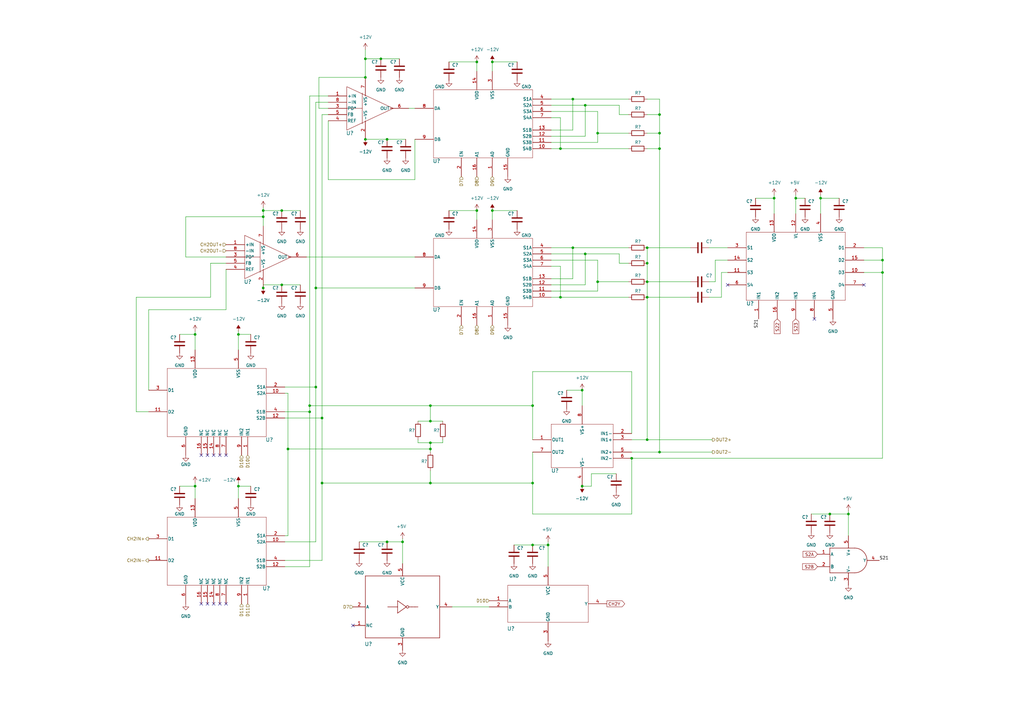
<source format=kicad_sch>
(kicad_sch (version 20211123) (generator eeschema)
  (paper "A3")
  (lib_symbols
    (symbol "Device:C" (pin_numbers hide) (pin_names (offset 0.254))
      (property "Reference" "C" (at 0.635 2.54 0))
      (property "Value" "C" (at 0.635 -2.54 0))
      (symbol "C_0_1"
        (polyline (pts (xy -2.032 -0.762) (xy 2.032 -0.762)) (stroke (width 0.508)))
        (polyline (pts (xy -2.032 0.762) (xy 2.032 0.762)) (stroke (width 0.508)))
      )
      (symbol "C_1_1"
        (pin passive line (at 0 3.81 270) (length 2.794) (name "~") (number "1"))
        (pin passive line (at 0 -3.81 90) (length 2.794) (name "~") (number "2"))
      )
    )
    (symbol "Device:R" (pin_numbers hide) (pin_names (offset 0))
      (property "Reference" "R" (at 2.032 0 90))
      (property "Value" "R" (at 0 0 90))
      (symbol "R_0_1"
        (rectangle (start -1.016 -2.54) (end 1.016 2.54) (stroke (width 0.254)))
      )
      (symbol "R_1_1"
        (pin passive line (at 0 3.81 270) (length 1.27) (name "~") (number "1"))
        (pin passive line (at 0 -3.81 90) (length 1.27) (name "~") (number "2"))
      )
    )
    (symbol "New_Library:AD8130ARMZ-REEL7" (pin_names (offset 0.254))
      (property "Reference" "U?" (at -6.35 -10.16 0))
      (property "Value" "AD8130ARMZ-REEL7" (at 12.7 -6.35 0))
      (symbol "AD8130ARMZ-REEL7_0_1"
        (pin unspecified line (at -15.24 5.08 0) (length 7.62) (name "+IN") (number "1"))
        (pin power_in line (at 0 -12.7 90) (length 7.62) (name "-VS") (number "2"))
        (pin unspecified line (at -15.24 0 0) (length 7.62) (name "PD*") (number "3"))
        (pin unspecified line (at -15.24 -5.08 0) (length 7.62) (name "REF") (number "4"))
        (pin unspecified line (at -15.24 -2.54 0) (length 7.62) (name "FB") (number "5"))
        (pin unspecified line (at 17.78 0 180) (length 7.62) (name "OUT") (number "6"))
        (pin power_in line (at 0 12.7 270) (length 7.62) (name "+VS") (number "7"))
        (pin unspecified line (at -15.24 2.54 0) (length 7.62) (name "-IN") (number "8"))
      )
      (symbol "AD8130ARMZ-REEL7_1_1"
        (polyline (pts (xy -7.62 8.89) (xy -7.62 -8.89) (xy 11.43 0) (xy -7.62 8.89) (xy -7.62 0) (xy -1.27 0) (xy -1.27 6.35) (xy -1.27 -6.35) (xy -1.27 -1.27)))
      )
    )
    (symbol "New_Library:AD823AARMZ" (pin_names (offset 0.254))
      (property "Reference" "U?" (at -19.7994 11.43 0))
      (property "Value" "AD823AARMZ" (at -19.7994 7.62 0))
      (symbol "AD823AARMZ_0_1"
        (polyline (pts (xy 7.62 -11.43) (xy 33.02 -11.43)) (stroke (width 0.127)))
        (polyline (pts (xy 7.62 6.35) (xy 7.62 -11.43)) (stroke (width 0.127)))
        (polyline (pts (xy 33.02 -11.43) (xy 33.02 6.35)) (stroke (width 0.127)))
        (polyline (pts (xy 33.02 6.35) (xy 7.62 6.35)) (stroke (width 0.127)))
        (pin output line (at 40.64 0 180) (length 7.62) (name "OUT1") (number "1"))
        (pin input line (at 0 2.54 0) (length 7.62) (name "IN1-") (number "2"))
        (pin input line (at 0 0 0) (length 7.62) (name "IN1+") (number "3"))
        (pin power_in line (at 20.32 -19.05 90) (length 7.62) (name "VS-") (number "4"))
        (pin input line (at 0 -5.08 0) (length 7.62) (name "IN2+") (number "5"))
        (pin input line (at 0 -7.62 0) (length 7.62) (name "IN2-") (number "6"))
        (pin output line (at 40.64 -5.08 180) (length 7.62) (name "OUT2") (number "7"))
        (pin power_in line (at 20.32 13.97 270) (length 7.62) (name "VS+") (number "8"))
      )
    )
    (symbol "New_Library:ADG1236YRUZ" (pin_names (offset 0.254))
      (property "Reference" "U" (at 27.94 10.16 0))
      (property "Value" "ADG1236YRUZ" (at 27.94 7.62 0))
      (symbol "ADG1236YRUZ_0_1"
        (polyline (pts (xy 7.62 -22.86) (xy 48.26 -22.86)) (stroke (width 0.127)))
        (polyline (pts (xy 7.62 5.08) (xy 7.62 -22.86)) (stroke (width 0.127)))
        (polyline (pts (xy 48.26 -22.86) (xy 48.26 5.08)) (stroke (width 0.127)))
        (polyline (pts (xy 48.26 5.08) (xy 7.62 5.08)) (stroke (width 0.127)))
        (pin unspecified line (at 15.24 -30.48 90) (length 7.62) (name "IN1") (number "1"))
        (pin unspecified line (at 0 -5.08 0) (length 7.62) (name "S2A") (number "10"))
        (pin unspecified line (at 55.88 -12.7 180) (length 7.62) (name "D2") (number "11"))
        (pin unspecified line (at 0 -15.24 0) (length 7.62) (name "S2B") (number "12"))
        (pin power_in line (at 36.83 12.7 270) (length 7.62) (name "VDD") (number "13"))
        (pin unspecified line (at 29.21 -30.48 90) (length 7.62) (name "NC") (number "14"))
        (pin unspecified line (at 31.75 -30.48 90) (length 7.62) (name "NC") (number "15"))
        (pin unspecified line (at 34.29 -30.48 90) (length 7.62) (name "NC") (number "16"))
        (pin unspecified line (at 0 -2.54 0) (length 7.62) (name "S1A") (number "2"))
        (pin unspecified line (at 55.88 -3.81 180) (length 7.62) (name "D1") (number "3"))
        (pin unspecified line (at 0 -12.7 0) (length 7.62) (name "S1B") (number "4"))
        (pin power_in line (at 19.05 12.7 270) (length 7.62) (name "VSS") (number "5"))
        (pin unspecified line (at 40.64 -30.48 90) (length 7.62) (name "GND") (number "6"))
        (pin unspecified line (at 24.13 -30.48 90) (length 7.62) (name "NC") (number "7"))
        (pin unspecified line (at 26.67 -30.48 90) (length 7.62) (name "NC") (number "8"))
        (pin unspecified line (at 17.78 -30.48 90) (length 7.62) (name "IN2") (number "9"))
      )
    )
    (symbol "New_Library:ADG411BRUZ" (pin_names (offset 0.254))
      (property "Reference" "U" (at 5.08 -21.59 0))
      (property "Value" "ADG411BRUZ" (at 46.99 7.62 0))
      (symbol "ADG411BRUZ_0_1"
        (polyline (pts (xy 7.62 -22.86) (xy 48.26 -22.86)) (stroke (width 0.127)))
        (polyline (pts (xy 7.62 5.08) (xy 7.62 -22.86)) (stroke (width 0.127)))
        (polyline (pts (xy 48.26 -22.86) (xy 48.26 5.08)) (stroke (width 0.127)))
        (polyline (pts (xy 48.26 5.08) (xy 7.62 5.08)) (stroke (width 0.127)))
        (pin unspecified line (at 12.7 -30.48 90) (length 7.62) (name "IN1") (number "1"))
        (pin unspecified line (at 55.88 -11.43 180) (length 7.62) (name "D3") (number "10"))
        (pin unspecified line (at 0 -11.43 0) (length 7.62) (name "S3") (number "11"))
        (pin power_in line (at 27.94 12.7 270) (length 7.62) (name "VL") (number "12"))
        (pin power_in line (at 19.05 12.7 270) (length 7.62) (name "VDD") (number "13"))
        (pin unspecified line (at 0 -6.35 0) (length 7.62) (name "S2") (number "14"))
        (pin unspecified line (at 55.88 -6.35 180) (length 7.62) (name "D2") (number "15"))
        (pin unspecified line (at 20.32 -30.48 90) (length 7.62) (name "IN2") (number "16"))
        (pin unspecified line (at 55.88 -1.27 180) (length 7.62) (name "D1") (number "2"))
        (pin unspecified line (at 0 -1.27 0) (length 7.62) (name "S1") (number "3"))
        (pin power_in line (at 38.1 12.7 270) (length 7.62) (name "VSS") (number "4"))
        (pin unspecified line (at 43.18 -30.48 90) (length 7.62) (name "GND") (number "5"))
        (pin unspecified line (at 0 -16.51 0) (length 7.62) (name "S4") (number "6"))
        (pin unspecified line (at 55.88 -16.51 180) (length 7.62) (name "D4") (number "7"))
        (pin unspecified line (at 35.56 -30.48 90) (length 7.62) (name "IN4") (number "8"))
        (pin unspecified line (at 27.94 -30.48 90) (length 7.62) (name "IN3") (number "9"))
      )
    )
    (symbol "New_Library:ADG509FBRUZ" (pin_names (offset 0.254))
      (property "Reference" "U" (at 41.91 8.89 0))
      (property "Value" "ADG509FBRUZ" (at 41.91 6.35 0))
      (symbol "ADG509FBRUZ_0_1"
        (polyline (pts (xy 7.62 -22.86) (xy 48.26 -22.86)) (stroke (width 0.127)))
        (polyline (pts (xy 7.62 5.08) (xy 7.62 -22.86)) (stroke (width 0.127)))
        (polyline (pts (xy 48.26 -22.86) (xy 48.26 5.08)) (stroke (width 0.127)))
        (polyline (pts (xy 48.26 5.08) (xy 7.62 5.08)) (stroke (width 0.127)))
        (pin unspecified line (at 24.13 -30.48 90) (length 7.62) (name "A0") (number "1"))
        (pin unspecified line (at 0 -19.05 0) (length 7.62) (name "S4B") (number "10"))
        (pin unspecified line (at 0 -16.51 0) (length 7.62) (name "S3B") (number "11"))
        (pin unspecified line (at 0 -13.97 0) (length 7.62) (name "S2B") (number "12"))
        (pin unspecified line (at 0 -11.43 0) (length 7.62) (name "S1B") (number "13"))
        (pin power_in line (at 30.48 12.7 270) (length 7.62) (name "VDD") (number "14"))
        (pin unspecified line (at 17.78 -30.48 90) (length 7.62) (name "GND") (number "15"))
        (pin unspecified line (at 30.48 -30.48 90) (length 7.62) (name "A1") (number "16"))
        (pin unspecified line (at 36.83 -30.48 90) (length 7.62) (name "EN") (number "2"))
        (pin power_in line (at 24.13 12.7 270) (length 7.62) (name "VSS") (number "3"))
        (pin unspecified line (at 0 1.27 0) (length 7.62) (name "S1A") (number "4"))
        (pin unspecified line (at 0 -1.27 0) (length 7.62) (name "S2A") (number "5"))
        (pin unspecified line (at 0 -3.81 0) (length 7.62) (name "S3A") (number "6"))
        (pin unspecified line (at 0 -6.35 0) (length 7.62) (name "S4A") (number "7"))
        (pin unspecified line (at 55.88 -2.54 180) (length 7.62) (name "DA") (number "8"))
        (pin unspecified line (at 55.88 -15.24 180) (length 7.62) (name "DB") (number "9"))
      )
    )
    (symbol "New_Library:SN74AHCT1G04DCKR" (pin_names (offset 0.254))
      (property "Reference" "U" (at -13.97 -13.97 0))
      (property "Value" "SN74AHCT1G04DCKR" (at 15.24 13.97 0))
      (symbol "SN74AHCT1G04DCKR_0_1"
        (polyline (pts (xy -15.24 -12.7) (xy 15.24 -12.7)) (stroke (width 0.2032)))
        (polyline (pts (xy -15.24 12.7) (xy -15.24 -12.7)) (stroke (width 0.2032)))
        (polyline (pts (xy -6.096 0) (xy -2.032 0)) (stroke (width 0.2032)))
        (polyline (pts (xy -2.032 -2.54) (xy -2.032 0)) (stroke (width 0.2032)))
        (polyline (pts (xy -2.032 0) (xy -2.032 2.54)) (stroke (width 0.2032)))
        (polyline (pts (xy -2.032 2.54) (xy 1.524 0)) (stroke (width 0.2032)))
        (polyline (pts (xy 1.524 0) (xy -2.032 -2.54)) (stroke (width 0.2032)))
        (polyline (pts (xy 3.81 0) (xy 2.54 0)) (stroke (width 0.2032)))
        (polyline (pts (xy 3.81 0) (xy 5.08 0)) (stroke (width 0.2032)))
        (polyline (pts (xy 5.08 0) (xy 6.35 0)) (stroke (width 0.2032)))
        (polyline (pts (xy 15.24 -12.7) (xy 15.24 12.7)) (stroke (width 0.2032)))
        (polyline (pts (xy 15.24 12.7) (xy -15.24 12.7)) (stroke (width 0.2032)))
        (circle (center 2.032 0) (radius 0.508) (stroke (width 0.2032)))
        (pin unspecified line (at -20.32 -7.62 0) (length 5.08) (name "NC") (number "1"))
        (pin input line (at -20.32 0 0) (length 5.08) (name "A") (number "2"))
        (pin power_in line (at 0 -17.78 90) (length 5.08) (name "GND") (number "3"))
        (pin output line (at 20.32 0 180) (length 5.08) (name "Y") (number "4"))
        (pin power_in line (at 0 17.78 270) (length 5.08) (name "VCC") (number "5"))
      )
    )
    (symbol "New_Library:SN74AHCT1G32DCKR" (pin_names (offset 0.254))
      (property "Reference" "U" (at 8.89 -11.43 0))
      (property "Value" "SN74AHCT1G32DCKR" (at 36.83 6.35 0))
      (symbol "SN74AHCT1G32DCKR_0_1"
        (polyline (pts (xy 7.62 -10.16) (xy 40.64 -10.16)) (stroke (width 0.127)))
        (polyline (pts (xy 7.62 5.08) (xy 7.62 -10.16)) (stroke (width 0.127)))
        (polyline (pts (xy 40.64 -10.16) (xy 40.64 5.08)) (stroke (width 0.127)))
        (polyline (pts (xy 40.64 5.08) (xy 7.62 5.08)) (stroke (width 0.127)))
        (pin input line (at 0 -1.27 0) (length 7.62) (name "A") (number "1"))
        (pin input line (at 0 -3.81 0) (length 7.62) (name "B") (number "2"))
        (pin power_in line (at 24.13 -17.78 90) (length 7.62) (name "GND") (number "3"))
        (pin output line (at 48.26 -2.54 180) (length 7.62) (name "Y") (number "4"))
        (pin power_in line (at 24.13 12.7 270) (length 7.62) (name "VCC") (number "5"))
      )
    )
    (symbol "New_Library:SN74LVC1G08DBVR" (pin_names (offset 0.254))
      (property "Reference" "U" (at -6.35 -6.35 0))
      (property "Value" "SN74LVC1G08DBVR" (at -11.43 6.35 0))
      (symbol "SN74LVC1G08DBVR_0_1"
        (polyline (pts (xy -7.62 -5.08) (xy -7.62 5.08)) (stroke (width 0.2032)))
        (polyline (pts (xy -7.62 5.08) (xy -6.35 5.08)) (stroke (width 0.2032)))
        (polyline (pts (xy -6.35 -5.08) (xy -7.62 -5.08)) (stroke (width 0.2032)))
        (polyline (pts (xy -6.35 -5.08) (xy 2.54 -5.08)) (stroke (width 0.2032)))
        (polyline (pts (xy -6.35 5.08) (xy 2.54 5.08)) (stroke (width 0.2032)))
        (arc (start 2.54 -5.08) (mid 7.62 0) (end 2.54 5.08) (stroke (width 0.2032)))
        (pin input line (at -12.7 2.54 0) (length 5.08) (name "A") (number "1"))
        (pin input line (at -12.7 -2.54 0) (length 5.08) (name "B") (number "2"))
        (pin power_in line (at 0 -10.16 90) (length 5.08) (name "V-") (number "3"))
        (pin output line (at 12.7 0 180) (length 5.08) (name "Y") (number "4"))
        (pin power_in line (at 0 10.16 270) (length 5.08) (name "V+") (number "5"))
      )
    )
    (symbol "power:+12V" (power) (pin_names (offset 0))
      (property "Value" "+12V" (at 0 3.556 0))
      (symbol "+12V_0_1"
        (polyline (pts (xy -0.762 1.27) (xy 0 2.54)))
        (polyline (pts (xy 0 0) (xy 0 2.54)))
        (polyline (pts (xy 0 2.54) (xy 0.762 1.27)))
      )
      (symbol "+12V_1_1"
        (pin power_in line (at 0 0 90) (length 0) hide (name "+12V") (number "1"))
      )
    )
    (symbol "power:+5V" (power) (pin_names (offset 0))
      (property "Value" "+5V" (at 0 3.556 0))
      (symbol "+5V_0_1"
        (polyline (pts (xy -0.762 1.27) (xy 0 2.54)))
        (polyline (pts (xy 0 0) (xy 0 2.54)))
        (polyline (pts (xy 0 2.54) (xy 0.762 1.27)))
      )
      (symbol "+5V_1_1"
        (pin power_in line (at 0 0 90) (length 0) hide (name "+5V") (number "1"))
      )
    )
    (symbol "power:-12V" (power) (pin_names (offset 0))
      (property "Value" "-12V" (at 0 3.81 0))
      (symbol "-12V_0_0"
        (pin power_in line (at 0 0 90) (length 0) hide (name "-12V") (number "1"))
      )
      (symbol "-12V_0_1"
        (polyline (pts (xy 0 0) (xy 0 1.27) (xy 0.762 1.27) (xy 0 2.54) (xy -0.762 1.27) (xy 0 1.27)) (fill (type outline)))
      )
    )
    (symbol "power:GND" (power) (pin_names (offset 0))
      (property "Value" "GND" (at 0 -3.81 0))
      (symbol "GND_0_1"
        (polyline (pts (xy 0 0) (xy 0 -1.27) (xy 1.27 -1.27) (xy 0 -2.54) (xy -1.27 -1.27) (xy 0 -1.27)))
      )
      (symbol "GND_1_1"
        (pin power_in line (at 0 0 270) (length 0) hide (name "GND") (number "1"))
      )
    )
  )
  (junction (at 245.11 115.57))
  (junction (at 195.58 25.4))
  (junction (at 340.36 210.82))
  (junction (at 97.79 137.16))
  (junction (at 80.01 137.16))
  (junction (at 149.86 24.13))
  (junction (at 265.43 101.6))
  (junction (at 165.1 222.25))
  (junction (at 234.95 101.6))
  (junction (at 229.87 60.96))
  (junction (at 149.86 31.75))
  (junction (at 265.43 180.34))
  (junction (at 149.86 57.15))
  (junction (at 195.58 86.36))
  (junction (at 80.01 199.39))
  (junction (at 234.95 40.64))
  (junction (at 127 168.91))
  (junction (at 270.51 185.42))
  (junction (at 265.43 107.95))
  (junction (at 240.03 43.18))
  (junction (at 245.11 54.61))
  (junction (at 132.08 171.45))
  (junction (at 218.44 198.12))
  (junction (at 201.93 25.4))
  (junction (at 156.21 24.13))
  (junction (at 118.11 184.15))
  (junction (at 132.08 198.12))
  (junction (at 240.03 104.14))
  (junction (at 270.51 60.96))
  (junction (at 238.76 160.02))
  (junction (at 158.75 57.15))
  (junction (at 265.43 121.92))
  (junction (at 270.51 46.99))
  (junction (at 127 166.37))
  (junction (at 107.95 86.36))
  (junction (at 336.55 81.28))
  (junction (at 176.53 184.15))
  (junction (at 115.57 86.36))
  (junction (at 229.87 121.92))
  (junction (at 238.76 199.39))
  (junction (at 218.44 166.37))
  (junction (at 326.39 81.28))
  (junction (at 317.5 81.28))
  (junction (at 218.44 223.52))
  (junction (at 107.95 118.11))
  (junction (at 97.79 199.39))
  (junction (at 129.54 158.75))
  (junction (at 265.43 115.57))
  (junction (at 224.79 223.52))
  (junction (at 259.08 187.96))
  (junction (at 115.57 116.84))
  (junction (at 176.53 166.37))
  (junction (at 176.53 172.72))
  (junction (at 361.95 106.68))
  (junction (at 361.95 111.76))
  (junction (at 270.51 54.61))
  (junction (at 107.95 88.9))
  (junction (at 176.53 181.61))
  (junction (at 176.53 198.12))
  (junction (at 158.75 222.25))
  (junction (at 201.93 86.36))
  (junction (at 129.54 118.11))
  (junction (at 347.98 210.82))
  (no_connect (at 82.55 247.65))
  (no_connect (at 144.78 256.54))
  (no_connect (at 92.71 247.65))
  (no_connect (at 92.71 186.69))
  (no_connect (at 85.09 186.69))
  (no_connect (at 87.63 186.69))
  (no_connect (at 334.01 130.81))
  (no_connect (at 85.09 247.65))
  (no_connect (at 82.55 186.69))
  (no_connect (at 298.45 116.84))
  (no_connect (at 90.17 186.69))
  (no_connect (at 90.17 247.65))
  (no_connect (at 354.33 116.84))
  (no_connect (at 87.63 247.65))
  (wire (pts (xy 226.06 53.34) (xy 234.95 53.34)))
  (wire (pts (xy 118.11 184.15) (xy 118.11 219.71)))
  (wire (pts (xy 116.84 229.87) (xy 132.08 229.87)))
  (wire (pts (xy 97.79 137.16) (xy 97.79 143.51)))
  (wire (pts (xy 326.39 80.01) (xy 326.39 81.28)))
  (wire (pts (xy 185.42 248.92) (xy 200.66 248.92)))
  (wire (pts (xy 156.21 24.13) (xy 163.83 24.13)))
  (wire (pts (xy 254 104.14) (xy 254 107.95)))
  (wire (pts (xy 127 166.37) (xy 176.53 166.37)))
  (wire (pts (xy 176.53 184.15) (xy 118.11 184.15)))
  (wire (pts (xy 229.87 48.26) (xy 229.87 60.96)))
  (wire (pts (xy 116.84 171.45) (xy 132.08 171.45)))
  (wire (pts (xy 129.54 158.75) (xy 129.54 222.25)))
  (wire (pts (xy 132.08 198.12) (xy 176.53 198.12)))
  (wire (pts (xy 270.51 54.61) (xy 270.51 60.96)))
  (wire (pts (xy 336.55 80.01) (xy 336.55 81.28)))
  (wire (pts (xy 97.79 135.89) (xy 97.79 137.16)))
  (wire (pts (xy 171.45 180.34) (xy 171.45 181.61)))
  (wire (pts (xy 240.03 43.18) (xy 240.03 55.88)))
  (wire (pts (xy 238.76 160.02) (xy 238.76 166.37)))
  (wire (pts (xy 176.53 172.72) (xy 181.61 172.72)))
  (wire (pts (xy 361.95 187.96) (xy 259.08 187.96)))
  (wire (pts (xy 218.44 185.42) (xy 218.44 198.12)))
  (wire (pts (xy 129.54 118.11) (xy 129.54 158.75)))
  (wire (pts (xy 158.75 57.15) (xy 166.37 57.15)))
  (wire (pts (xy 270.51 185.42) (xy 292.1 185.42)))
  (wire (pts (xy 127 39.37) (xy 127 166.37)))
  (wire (pts (xy 336.55 81.28) (xy 336.55 87.63)))
  (wire (pts (xy 265.43 115.57) (xy 265.43 121.92)))
  (wire (pts (xy 130.81 31.75) (xy 130.81 44.45)))
  (wire (pts (xy 226.06 114.3) (xy 234.95 114.3)))
  (wire (pts (xy 347.98 219.71) (xy 347.98 210.82)))
  (wire (pts (xy 170.18 73.66) (xy 134.62 73.66)))
  (wire (pts (xy 245.11 106.68) (xy 245.11 115.57)))
  (wire (pts (xy 107.95 86.36) (xy 107.95 88.9)))
  (wire (pts (xy 184.15 25.4) (xy 195.58 25.4)))
  (wire (pts (xy 176.53 184.15) (xy 176.53 181.61)))
  (wire (pts (xy 265.43 101.6) (xy 265.43 107.95)))
  (wire (pts (xy 176.53 198.12) (xy 218.44 198.12)))
  (wire (pts (xy 80.01 137.16) (xy 80.01 143.51)))
  (wire (pts (xy 265.43 121.92) (xy 283.21 121.92)))
  (wire (pts (xy 80.01 135.89) (xy 80.01 137.16)))
  (wire (pts (xy 201.93 25.4) (xy 201.93 29.21)))
  (wire (pts (xy 218.44 198.12) (xy 218.44 210.82)))
  (wire (pts (xy 270.51 60.96) (xy 270.51 185.42)))
  (wire (pts (xy 265.43 40.64) (xy 270.51 40.64)))
  (wire (pts (xy 361.95 111.76) (xy 361.95 187.96)))
  (wire (pts (xy 129.54 41.91) (xy 129.54 118.11)))
  (wire (pts (xy 116.84 158.75) (xy 129.54 158.75)))
  (wire (pts (xy 240.03 104.14) (xy 254 104.14)))
  (wire (pts (xy 234.95 40.64) (xy 234.95 53.34)))
  (wire (pts (xy 326.39 81.28) (xy 330.2 81.28)))
  (wire (pts (xy 118.11 161.29) (xy 118.11 184.15)))
  (wire (pts (xy 201.93 25.4) (xy 212.09 25.4)))
  (wire (pts (xy 229.87 121.92) (xy 257.81 121.92)))
  (wire (pts (xy 116.84 168.91) (xy 127 168.91)))
  (wire (pts (xy 86.36 121.92) (xy 86.36 107.95)))
  (wire (pts (xy 158.75 222.25) (xy 165.1 222.25)))
  (wire (pts (xy 195.58 25.4) (xy 195.58 29.21)))
  (wire (pts (xy 226.06 109.22) (xy 229.87 109.22)))
  (wire (pts (xy 226.06 104.14) (xy 240.03 104.14)))
  (wire (pts (xy 97.79 137.16) (xy 102.87 137.16)))
  (wire (pts (xy 176.53 181.61) (xy 181.61 181.61)))
  (wire (pts (xy 165.1 222.25) (xy 165.1 231.14)))
  (wire (pts (xy 118.11 161.29) (xy 116.84 161.29)))
  (wire (pts (xy 176.53 185.42) (xy 176.53 184.15)))
  (wire (pts (xy 80.01 199.39) (xy 80.01 204.47)))
  (wire (pts (xy 224.79 223.52) (xy 224.79 222.25)))
  (wire (pts (xy 245.11 45.72) (xy 245.11 54.61)))
  (wire (pts (xy 118.11 219.71) (xy 116.84 219.71)))
  (wire (pts (xy 171.45 172.72) (xy 176.53 172.72)))
  (wire (pts (xy 201.93 86.36) (xy 212.09 86.36)))
  (wire (pts (xy 240.03 43.18) (xy 254 43.18)))
  (wire (pts (xy 259.08 177.8) (xy 259.08 152.4)))
  (wire (pts (xy 181.61 180.34) (xy 181.61 181.61)))
  (wire (pts (xy 107.95 85.09) (xy 107.95 86.36)))
  (wire (pts (xy 240.03 104.14) (xy 240.03 116.84)))
  (wire (pts (xy 295.91 121.92) (xy 295.91 111.76)))
  (wire (pts (xy 60.96 160.02) (xy 60.96 127)))
  (wire (pts (xy 265.43 46.99) (xy 270.51 46.99)))
  (wire (pts (xy 134.62 44.45) (xy 130.81 44.45)))
  (wire (pts (xy 317.5 80.01) (xy 317.5 81.28)))
  (wire (pts (xy 354.33 101.6) (xy 361.95 101.6)))
  (wire (pts (xy 116.84 232.41) (xy 127 232.41)))
  (wire (pts (xy 115.57 86.36) (xy 123.19 86.36)))
  (wire (pts (xy 176.53 166.37) (xy 176.53 172.72)))
  (wire (pts (xy 265.43 121.92) (xy 265.43 180.34)))
  (wire (pts (xy 86.36 107.95) (xy 92.71 107.95)))
  (wire (pts (xy 265.43 107.95) (xy 265.43 115.57)))
  (wire (pts (xy 129.54 222.25) (xy 116.84 222.25)))
  (wire (pts (xy 97.79 198.12) (xy 97.79 199.39)))
  (wire (pts (xy 229.87 60.96) (xy 257.81 60.96)))
  (wire (pts (xy 195.58 86.36) (xy 195.58 90.17)))
  (wire (pts (xy 242.57 194.31) (xy 242.57 199.39)))
  (wire (pts (xy 76.2 88.9) (xy 107.95 88.9)))
  (wire (pts (xy 293.37 115.57) (xy 293.37 106.68)))
  (wire (pts (xy 326.39 81.28) (xy 326.39 87.63)))
  (wire (pts (xy 265.43 60.96) (xy 270.51 60.96)))
  (wire (pts (xy 224.79 223.52) (xy 218.44 223.52)))
  (wire (pts (xy 176.53 193.04) (xy 176.53 198.12)))
  (wire (pts (xy 218.44 180.34) (xy 218.44 166.37)))
  (wire (pts (xy 242.57 199.39) (xy 238.76 199.39)))
  (wire (pts (xy 149.86 20.32) (xy 149.86 24.13)))
  (wire (pts (xy 245.11 115.57) (xy 245.11 119.38)))
  (wire (pts (xy 134.62 46.99) (xy 132.08 46.99)))
  (wire (pts (xy 147.32 222.25) (xy 158.75 222.25)))
  (wire (pts (xy 130.81 31.75) (xy 149.86 31.75)))
  (wire (pts (xy 132.08 171.45) (xy 132.08 198.12)))
  (wire (pts (xy 170.18 57.15) (xy 170.18 73.66)))
  (wire (pts (xy 226.06 55.88) (xy 240.03 55.88)))
  (wire (pts (xy 115.57 86.36) (xy 107.95 86.36)))
  (wire (pts (xy 127 168.91) (xy 127 232.41)))
  (wire (pts (xy 265.43 101.6) (xy 283.21 101.6)))
  (wire (pts (xy 254 107.95) (xy 257.81 107.95)))
  (wire (pts (xy 55.88 168.91) (xy 55.88 121.92)))
  (wire (pts (xy 132.08 229.87) (xy 132.08 198.12)))
  (wire (pts (xy 107.95 116.84) (xy 115.57 116.84)))
  (wire (pts (xy 165.1 220.98) (xy 165.1 222.25)))
  (wire (pts (xy 309.88 81.28) (xy 317.5 81.28)))
  (wire (pts (xy 226.06 119.38) (xy 245.11 119.38)))
  (wire (pts (xy 234.95 101.6) (xy 257.81 101.6)))
  (wire (pts (xy 265.43 115.57) (xy 283.21 115.57)))
  (wire (pts (xy 254 43.18) (xy 254 46.99)))
  (wire (pts (xy 234.95 101.6) (xy 234.95 114.3)))
  (wire (pts (xy 73.66 137.16) (xy 80.01 137.16)))
  (wire (pts (xy 226.06 43.18) (xy 240.03 43.18)))
  (wire (pts (xy 107.95 88.9) (xy 107.95 92.71)))
  (wire (pts (xy 125.73 105.41) (xy 170.18 105.41)))
  (wire (pts (xy 80.01 198.12) (xy 80.01 199.39)))
  (wire (pts (xy 201.93 86.36) (xy 201.93 90.17)))
  (wire (pts (xy 290.83 101.6) (xy 298.45 101.6)))
  (wire (pts (xy 132.08 46.99) (xy 132.08 171.45)))
  (wire (pts (xy 224.79 232.41) (xy 224.79 223.52)))
  (wire (pts (xy 134.62 41.91) (xy 129.54 41.91)))
  (wire (pts (xy 149.86 24.13) (xy 149.86 31.75)))
  (wire (pts (xy 354.33 111.76) (xy 361.95 111.76)))
  (wire (pts (xy 259.08 185.42) (xy 270.51 185.42)))
  (wire (pts (xy 270.51 46.99) (xy 270.51 54.61)))
  (wire (pts (xy 115.57 116.84) (xy 123.19 116.84)))
  (wire (pts (xy 295.91 111.76) (xy 298.45 111.76)))
  (wire (pts (xy 97.79 199.39) (xy 102.87 199.39)))
  (wire (pts (xy 226.06 40.64) (xy 234.95 40.64)))
  (wire (pts (xy 347.98 210.82) (xy 340.36 210.82)))
  (wire (pts (xy 245.11 115.57) (xy 257.81 115.57)))
  (wire (pts (xy 265.43 54.61) (xy 270.51 54.61)))
  (wire (pts (xy 149.86 57.15) (xy 158.75 57.15)))
  (wire (pts (xy 60.96 127) (xy 92.71 127)))
  (wire (pts (xy 134.62 49.53) (xy 134.62 73.66)))
  (wire (pts (xy 92.71 105.41) (xy 76.2 105.41)))
  (wire (pts (xy 92.71 127) (xy 92.71 110.49)))
  (wire (pts (xy 265.43 180.34) (xy 292.1 180.34)))
  (wire (pts (xy 361.95 101.6) (xy 361.95 106.68)))
  (wire (pts (xy 259.08 210.82) (xy 218.44 210.82)))
  (wire (pts (xy 97.79 199.39) (xy 97.79 204.47)))
  (wire (pts (xy 127 166.37) (xy 127 168.91)))
  (wire (pts (xy 259.08 180.34) (xy 265.43 180.34)))
  (wire (pts (xy 226.06 45.72) (xy 245.11 45.72)))
  (wire (pts (xy 226.06 121.92) (xy 229.87 121.92)))
  (wire (pts (xy 229.87 109.22) (xy 229.87 121.92)))
  (wire (pts (xy 232.41 160.02) (xy 238.76 160.02)))
  (wire (pts (xy 60.96 168.91) (xy 55.88 168.91)))
  (wire (pts (xy 290.83 115.57) (xy 293.37 115.57)))
  (wire (pts (xy 245.11 54.61) (xy 257.81 54.61)))
  (wire (pts (xy 259.08 152.4) (xy 218.44 152.4)))
  (wire (pts (xy 167.64 44.45) (xy 170.18 44.45)))
  (wire (pts (xy 361.95 106.68) (xy 361.95 111.76)))
  (wire (pts (xy 218.44 223.52) (xy 210.82 223.52)))
  (wire (pts (xy 234.95 40.64) (xy 257.81 40.64)))
  (wire (pts (xy 73.66 199.39) (xy 80.01 199.39)))
  (wire (pts (xy 176.53 166.37) (xy 218.44 166.37)))
  (wire (pts (xy 218.44 152.4) (xy 218.44 166.37)))
  (wire (pts (xy 149.86 24.13) (xy 156.21 24.13)))
  (wire (pts (xy 293.37 106.68) (xy 298.45 106.68)))
  (wire (pts (xy 107.95 116.84) (xy 107.95 118.11)))
  (wire (pts (xy 129.54 118.11) (xy 170.18 118.11)))
  (wire (pts (xy 344.17 81.28) (xy 336.55 81.28)))
  (wire (pts (xy 354.33 106.68) (xy 361.95 106.68)))
  (wire (pts (xy 340.36 210.82) (xy 332.74 210.82)))
  (wire (pts (xy 259.08 187.96) (xy 259.08 210.82)))
  (wire (pts (xy 270.51 40.64) (xy 270.51 46.99)))
  (wire (pts (xy 317.5 81.28) (xy 317.5 87.63)))
  (wire (pts (xy 226.06 106.68) (xy 245.11 106.68)))
  (wire (pts (xy 252.73 194.31) (xy 242.57 194.31)))
  (wire (pts (xy 226.06 48.26) (xy 229.87 48.26)))
  (wire (pts (xy 226.06 101.6) (xy 234.95 101.6)))
  (wire (pts (xy 55.88 121.92) (xy 86.36 121.92)))
  (wire (pts (xy 184.15 86.36) (xy 195.58 86.36)))
  (wire (pts (xy 171.45 181.61) (xy 176.53 181.61)))
  (wire (pts (xy 245.11 54.61) (xy 245.11 58.42)))
  (wire (pts (xy 76.2 105.41) (xy 76.2 88.9)))
  (wire (pts (xy 290.83 121.92) (xy 295.91 121.92)))
  (wire (pts (xy 347.98 209.55) (xy 347.98 210.82)))
  (wire (pts (xy 226.06 60.96) (xy 229.87 60.96)))
  (wire (pts (xy 134.62 39.37) (xy 127 39.37)))
  (wire (pts (xy 226.06 58.42) (xy 245.11 58.42)))
  (wire (pts (xy 226.06 116.84) (xy 240.03 116.84)))
  (wire (pts (xy 254 46.99) (xy 257.81 46.99)))
  (label "S21" (at 311.15 130.81 270))
  (label "S21" (at 360.68 229.87 0))
  (global_label "S2A" (shape input) (at 335.28 227.33 180) (property "Intersheet References" "${INTERSHEET_REFS}" (effects hide)))
  (global_label "S2B" (shape input) (at 335.28 232.41 180) (property "Intersheet References" "${INTERSHEET_REFS}" (effects hide)))
  (global_label "CH2Y" (shape output) (at 248.92 247.65 0) (property "Intersheet References" "${INTERSHEET_REFS}" (effects hide)))
  (global_label "S22" (shape input) (at 318.77 130.81 270) (property "Intersheet References" "${INTERSHEET_REFS}" (effects hide)))
  (global_label "S23" (shape input) (at 326.39 130.81 270) (property "Intersheet References" "${INTERSHEET_REFS}" (effects hide)))
  (hierarchical_label "CH2OUT+" (shape input) (at 92.71 100.33 180))
  (hierarchical_label "CH2IN-" (shape output) (at 60.96 229.87 180))
  (hierarchical_label "D9" (shape input) (at 201.93 133.35 270))
  (hierarchical_label "D8" (shape input) (at 195.58 133.35 270))
  (hierarchical_label "D7" (shape input) (at 189.23 72.39 270))
  (hierarchical_label "DUT2-" (shape output) (at 292.1 185.42 0))
  (hierarchical_label "D10" (shape input) (at 101.6 186.69 270))
  (hierarchical_label "D10" (shape input) (at 200.66 246.38 180))
  (hierarchical_label "D11" (shape input) (at 101.6 247.65 270))
  (hierarchical_label "D10" (shape input) (at 99.06 186.69 270))
  (hierarchical_label "D11" (shape input) (at 99.06 247.65 270))
  (hierarchical_label "D7" (shape input) (at 144.78 248.92 180))
  (hierarchical_label "D7" (shape input) (at 189.23 133.35 270))
  (hierarchical_label "CH2IN+" (shape output) (at 60.96 220.98 180))
  (hierarchical_label "D9" (shape input) (at 201.93 72.39 270))
  (hierarchical_label "DUT2+" (shape output) (at 292.1 180.34 0))
  (hierarchical_label "D8" (shape input) (at 195.58 72.39 270))
  (hierarchical_label "CH2OUT-" (shape input) (at 92.71 102.87 180))
  (symbol (lib_id "power:GND") (at 163.83 31.75 0) (mirror y) (unit 1)
    (property "Reference" "#PWR?" (effects hide))
  )
  (symbol (lib_id "New_Library:ADG1236YRUZ") (at 116.84 217.17 0) (mirror y) (unit 1)
    (property "Reference" "U?" (at 109.22 241.3 0) (effects (font (size 1.524 1.524))))
    (property "Datasheet" "ADG1236YRUZ" (effects hide))
  )
  (symbol (lib_id "Device:C") (at 102.87 140.97 0) (mirror x) (unit 1)
    (property "Reference" "C?" (at 105.41 138.43 0))
  )
  (symbol (lib_id "Device:C") (at 163.83 27.94 180) (unit 1)
    (property "Reference" "C?" (at 161.29 25.4 0))
  )
  (symbol (lib_id "Device:C") (at 212.09 90.17 180) (unit 1)
    (property "Reference" "C?" (at 209.55 87.63 0))
  )
  (symbol (lib_id "New_Library:ADG509FBRUZ") (at 226.06 102.87 0) (mirror y) (unit 1)
    (property "Reference" "U?" (at 179.07 127 0) (effects (font (size 1.524 1.524))))
    (property "Datasheet" "ADG509FBRUZ" (effects hide))
  )
  (symbol (lib_id "power:GND") (at 184.15 93.98 0) (unit 1)
    (property "Reference" "#PWR?" (effects hide))
  )
  (symbol (lib_id "Device:C") (at 158.75 226.06 180) (unit 1)
    (property "Reference" "C?" (at 156.21 223.52 0))
  )
  (symbol (lib_id "Device:R") (at 261.62 40.64 90) (unit 1)
    (property "Reference" "R?" (at 261.62 38.1 90))
  )
  (symbol (lib_id "power:GND") (at 330.2 88.9 0) (unit 1)
    (property "Reference" "#PWR?" (effects hide))
  )
  (symbol (lib_id "power:GND") (at 76.2 186.69 0) (mirror y) (unit 1)
    (property "Reference" "#PWR?" (effects hide))
  )
  (symbol (lib_id "Device:R") (at 171.45 176.53 180) (unit 1)
    (property "Reference" "R?" (at 168.91 176.53 0))
  )
  (symbol (lib_id "power:GND") (at 102.87 144.78 0) (unit 1)
    (property "Reference" "#PWR?" (effects hide))
  )
  (symbol (lib_id "Device:C") (at 210.82 227.33 0) (mirror x) (unit 1)
    (property "Reference" "C?" (at 213.36 224.79 0))
  )
  (symbol (lib_id "New_Library:AD823AARMZ") (at 259.08 180.34 0) (mirror y) (unit 1)
    (property "Reference" "U?" (at 226.06 193.04 0) (effects (font (size 1.524 1.524)) (justify right)))
    (property "Datasheet" "AD823AARMZ" (effects hide))
  )
  (symbol (lib_id "Device:C") (at 309.88 85.09 180) (unit 1)
    (property "Reference" "C?" (at 307.34 82.55 0))
  )
  (symbol (lib_id "Device:C") (at 158.75 60.96 180) (unit 1)
    (property "Reference" "C?" (at 156.21 58.42 0))
  )
  (symbol (lib_id "Device:R") (at 261.62 107.95 90) (unit 1)
    (property "Reference" "R?" (at 261.62 105.41 90))
  )
  (symbol (lib_id "power:GND") (at 232.41 167.64 0) (mirror y) (unit 1)
    (property "Reference" "#PWR?" (effects hide))
  )
  (symbol (lib_id "Device:R") (at 176.53 189.23 180) (unit 1)
    (property "Reference" "R?" (at 173.99 189.23 0))
  )
  (symbol (lib_id "Device:C") (at 218.44 227.33 0) (mirror x) (unit 1)
    (property "Reference" "C?" (at 222.25 224.79 0))
  )
  (symbol (lib_id "power:GND") (at 212.09 33.02 0) (mirror y) (unit 1)
    (property "Reference" "#PWR?" (effects hide))
  )
  (symbol (lib_id "Device:R") (at 261.62 115.57 90) (unit 1)
    (property "Reference" "R?" (at 261.62 113.03 90))
  )
  (symbol (lib_id "power:GND") (at 344.17 88.9 0) (unit 1)
    (property "Reference" "#PWR?" (effects hide))
  )
  (symbol (lib_id "power:+12V") (at 317.5 80.01 0) (unit 1)
    (property "Reference" "#PWR?" (effects hide))
  )
  (symbol (lib_id "power:-12V") (at 201.93 25.4 0) (unit 1)
    (property "Reference" "#PWR?" (effects hide))
  )
  (symbol (lib_id "power:GND") (at 156.21 31.75 0) (mirror y) (unit 1)
    (property "Reference" "#PWR?" (effects hide))
  )
  (symbol (lib_id "power:+12V") (at 80.01 135.89 0) (unit 1)
    (property "Reference" "#PWR?" (effects hide))
  )
  (symbol (lib_id "power:GND") (at 340.36 218.44 0) (mirror y) (unit 1)
    (property "Reference" "#PWR?" (effects hide))
  )
  (symbol (lib_id "power:GND") (at 76.2 247.65 0) (mirror y) (unit 1)
    (property "Reference" "#PWR?" (effects hide))
  )
  (symbol (lib_id "Device:R") (at 261.62 54.61 90) (unit 1)
    (property "Reference" "R?" (at 261.62 52.07 90))
  )
  (symbol (lib_id "power:+5V") (at 224.79 222.25 0) (unit 1)
    (property "Reference" "#PWR?" (effects hide))
  )
  (symbol (lib_id "power:GND") (at 252.73 201.93 0) (mirror y) (unit 1)
    (property "Reference" "#PWR?" (effects hide))
  )
  (symbol (lib_id "power:GND") (at 218.44 231.14 0) (unit 1)
    (property "Reference" "#PWR?" (effects hide))
  )
  (symbol (lib_id "New_Library:AD8130ARMZ-REEL7") (at 149.86 44.45 0) (unit 1)
    (property "Reference" "U?" (at 143.51 54.61 0) (effects (font (size 1.524 1.524))))
    (property "Datasheet" "AD8130ARMZ-REEL7" (effects hide))
  )
  (symbol (lib_id "power:-12V") (at 107.95 118.11 180) (unit 1)
    (property "Reference" "#PWR?" (effects hide))
  )
  (symbol (lib_id "power:GND") (at 73.66 207.01 0) (mirror y) (unit 1)
    (property "Reference" "#PWR?" (effects hide))
  )
  (symbol (lib_id "New_Library:SN74AHCT1G04DCKR") (at 165.1 248.92 0) (unit 1)
    (property "Reference" "U?" (at 151.13 264.16 0) (effects (font (size 1.524 1.524))))
    (property "Datasheet" "SN74AHCT1G04DCKR" (effects hide))
  )
  (symbol (lib_id "New_Library:SN74LVC1G08DBVR") (at 347.98 229.87 0) (unit 1)
    (property "Reference" "U?" (at 341.63 237.49 0) (effects (font (size 1.524 1.524))))
    (property "Datasheet" "SN74LVC1G08DBVR" (effects hide))
  )
  (symbol (lib_id "power:GND") (at 123.19 124.46 0) (mirror y) (unit 1)
    (property "Reference" "#PWR?" (effects hide))
  )
  (symbol (lib_id "power:+12V") (at 238.76 160.02 0) (unit 1)
    (property "Reference" "#PWR?" (effects hide))
  )
  (symbol (lib_id "power:GND") (at 102.87 207.01 0) (unit 1)
    (property "Reference" "#PWR?" (effects hide))
  )
  (symbol (lib_id "Device:C") (at 332.74 214.63 0) (mirror x) (unit 1)
    (property "Reference" "C?" (at 330.2 212.09 0))
  )
  (symbol (lib_id "power:+5V") (at 347.98 209.55 0) (unit 1)
    (property "Reference" "#PWR?" (effects hide))
  )
  (symbol (lib_id "power:GND") (at 166.37 64.77 0) (mirror y) (unit 1)
    (property "Reference" "#PWR?" (effects hide))
  )
  (symbol (lib_id "power:-12V") (at 201.93 86.36 0) (unit 1)
    (property "Reference" "#PWR?" (effects hide))
  )
  (symbol (lib_id "Device:R") (at 261.62 46.99 90) (unit 1)
    (property "Reference" "R?" (at 261.62 44.45 90))
  )
  (symbol (lib_id "power:GND") (at 208.28 133.35 0) (mirror y) (unit 1)
    (property "Reference" "#PWR?" (effects hide))
  )
  (symbol (lib_id "power:GND") (at 212.09 93.98 0) (mirror y) (unit 1)
    (property "Reference" "#PWR?" (effects hide))
  )
  (symbol (lib_id "power:GND") (at 115.57 93.98 0) (mirror y) (unit 1)
    (property "Reference" "#PWR?" (effects hide))
  )
  (symbol (lib_id "Device:C") (at 212.09 29.21 180) (unit 1)
    (property "Reference" "C?" (at 209.55 26.67 0))
  )
  (symbol (lib_id "Device:C") (at 232.41 163.83 180) (unit 1)
    (property "Reference" "C?" (at 229.87 161.29 0))
  )
  (symbol (lib_id "New_Library:AD8130ARMZ-REEL7") (at 107.95 105.41 0) (unit 1)
    (property "Reference" "U?" (at 101.6 115.57 0) (effects (font (size 1.524 1.524))))
    (property "Datasheet" "AD8130ARMZ-REEL7" (effects hide))
  )
  (symbol (lib_id "power:-12V") (at 97.79 135.89 0) (unit 1)
    (property "Reference" "#PWR?" (effects hide))
  )
  (symbol (lib_id "Device:C") (at 123.19 90.17 180) (unit 1)
    (property "Reference" "C?" (at 120.65 87.63 0))
  )
  (symbol (lib_id "power:GND") (at 115.57 124.46 0) (mirror y) (unit 1)
    (property "Reference" "#PWR?" (effects hide))
  )
  (symbol (lib_id "Device:C") (at 287.02 101.6 90) (unit 1)
    (property "Reference" "C?" (at 290.83 99.06 90))
  )
  (symbol (lib_id "power:GND") (at 158.75 64.77 0) (mirror y) (unit 1)
    (property "Reference" "#PWR?" (effects hide))
  )
  (symbol (lib_id "New_Library:SN74AHCT1G32DCKR") (at 200.66 245.11 0) (unit 1)
    (property "Reference" "U?" (at 209.55 257.81 0) (effects (font (size 1.524 1.524))))
    (property "Datasheet" "SN74AHCT1G32DCKR" (effects hide))
  )
  (symbol (lib_id "New_Library:ADG411BRUZ") (at 298.45 100.33 0) (unit 1)
    (property "Reference" "U?" (at 306.07 124.46 0) (effects (font (size 1.524 1.524)) (justify left)))
    (property "Datasheet" "ADG411BRUZ" (effects hide))
  )
  (symbol (lib_id "Device:C") (at 287.02 115.57 90) (unit 1)
    (property "Reference" "C?" (at 290.83 113.03 90))
  )
  (symbol (lib_id "power:+12V") (at 195.58 86.36 0) (unit 1)
    (property "Reference" "#PWR?" (effects hide))
  )
  (symbol (lib_id "Device:R") (at 181.61 176.53 180) (unit 1)
    (property "Reference" "R?" (at 179.07 176.53 0))
  )
  (symbol (lib_id "Device:C") (at 344.17 85.09 0) (mirror x) (unit 1)
    (property "Reference" "C?" (at 346.71 82.55 0))
  )
  (symbol (lib_id "power:+12V") (at 195.58 25.4 0) (unit 1)
    (property "Reference" "#PWR?" (effects hide))
  )
  (symbol (lib_id "power:GND") (at 123.19 93.98 0) (mirror y) (unit 1)
    (property "Reference" "#PWR?" (effects hide))
  )
  (symbol (lib_id "Device:C") (at 123.19 120.65 180) (unit 1)
    (property "Reference" "C?" (at 120.65 118.11 0))
  )
  (symbol (lib_id "Device:C") (at 147.32 226.06 0) (mirror x) (unit 1)
    (property "Reference" "C?" (at 149.86 223.52 0))
  )
  (symbol (lib_id "Device:C") (at 287.02 121.92 90) (unit 1)
    (property "Reference" "C?" (at 290.83 119.38 90))
  )
  (symbol (lib_id "Device:C") (at 252.73 198.12 180) (unit 1)
    (property "Reference" "C?" (at 250.19 195.58 0))
  )
  (symbol (lib_id "power:+5V") (at 165.1 220.98 0) (unit 1)
    (property "Reference" "#PWR?" (effects hide))
  )
  (symbol (lib_id "power:GND") (at 309.88 88.9 0) (mirror y) (unit 1)
    (property "Reference" "#PWR?" (effects hide))
  )
  (symbol (lib_id "power:-12V") (at 336.55 80.01 0) (unit 1)
    (property "Reference" "#PWR?" (effects hide))
  )
  (symbol (lib_id "Device:C") (at 184.15 29.21 0) (mirror x) (unit 1)
    (property "Reference" "C?" (at 186.69 26.67 0))
  )
  (symbol (lib_id "power:GND") (at 210.82 231.14 0) (unit 1)
    (property "Reference" "#PWR?" (effects hide))
  )
  (symbol (lib_id "power:GND") (at 347.98 240.03 0) (mirror y) (unit 1)
    (property "Reference" "#PWR?" (effects hide))
  )
  (symbol (lib_id "Device:C") (at 330.2 85.09 0) (mirror x) (unit 1)
    (property "Reference" "C?" (at 332.74 82.55 0))
  )
  (symbol (lib_id "power:GND") (at 73.66 144.78 0) (mirror y) (unit 1)
    (property "Reference" "#PWR?" (effects hide))
  )
  (symbol (lib_id "Device:R") (at 261.62 60.96 90) (unit 1)
    (property "Reference" "R?" (at 261.62 58.42 90))
  )
  (symbol (lib_id "Device:R") (at 261.62 121.92 90) (unit 1)
    (property "Reference" "R?" (at 261.62 119.38 90))
  )
  (symbol (lib_id "power:+12V") (at 80.01 198.12 0) (unit 1)
    (property "Reference" "#PWR?" (effects hide))
  )
  (symbol (lib_id "power:+5V") (at 326.39 80.01 0) (unit 1)
    (property "Reference" "#PWR?" (effects hide))
  )
  (symbol (lib_id "power:GND") (at 332.74 218.44 0) (unit 1)
    (property "Reference" "#PWR?" (effects hide))
  )
  (symbol (lib_id "Device:R") (at 261.62 101.6 90) (unit 1)
    (property "Reference" "R?" (at 261.62 99.06 90))
  )
  (symbol (lib_id "power:GND") (at 208.28 72.39 0) (mirror y) (unit 1)
    (property "Reference" "#PWR?" (effects hide))
  )
  (symbol (lib_id "New_Library:ADG1236YRUZ") (at 116.84 156.21 0) (mirror y) (unit 1)
    (property "Reference" "U?" (at 110.49 180.34 0) (effects (font (size 1.524 1.524))))
    (property "Datasheet" "ADG1236YRUZ" (effects hide))
  )
  (symbol (lib_id "Device:C") (at 73.66 140.97 180) (unit 1)
    (property "Reference" "C?" (at 71.12 138.43 0))
  )
  (symbol (lib_id "Device:C") (at 166.37 60.96 180) (unit 1)
    (property "Reference" "C?" (at 163.83 58.42 0))
  )
  (symbol (lib_id "Device:C") (at 102.87 203.2 0) (mirror x) (unit 1)
    (property "Reference" "C?" (at 105.41 200.66 0))
  )
  (symbol (lib_id "New_Library:ADG509FBRUZ") (at 226.06 41.91 0) (mirror y) (unit 1)
    (property "Reference" "U?" (at 179.07 66.04 0) (effects (font (size 1.524 1.524))))
    (property "Datasheet" "ADG509FBRUZ" (effects hide))
  )
  (symbol (lib_id "power:GND") (at 165.1 266.7 0) (mirror y) (unit 1)
    (property "Reference" "#PWR?" (effects hide))
  )
  (symbol (lib_id "Device:C") (at 340.36 214.63 180) (unit 1)
    (property "Reference" "C?" (at 337.82 212.09 0))
  )
  (symbol (lib_id "power:-12V") (at 149.86 57.15 180) (unit 1)
    (property "Reference" "#PWR?" (effects hide))
  )
  (symbol (lib_id "power:GND") (at 341.63 130.81 0) (mirror y) (unit 1)
    (property "Reference" "#PWR?" (effects hide))
  )
  (symbol (lib_id "power:+12V") (at 107.95 85.09 0) (unit 1)
    (property "Reference" "#PWR?" (effects hide))
  )
  (symbol (lib_id "Device:C") (at 115.57 90.17 180) (unit 1)
    (property "Reference" "C?" (at 113.03 87.63 0))
  )
  (symbol (lib_id "power:GND") (at 224.79 262.89 0) (mirror y) (unit 1)
    (property "Reference" "#PWR?" (effects hide))
  )
  (symbol (lib_id "power:-12V") (at 97.79 198.12 0) (unit 1)
    (property "Reference" "#PWR?" (effects hide))
  )
  (symbol (lib_id "power:+12V") (at 149.86 20.32 0) (unit 1)
    (property "Reference" "#PWR?" (effects hide))
  )
  (symbol (lib_id "power:GND") (at 158.75 229.87 0) (mirror y) (unit 1)
    (property "Reference" "#PWR?" (effects hide))
  )
  (symbol (lib_id "Device:C") (at 184.15 90.17 0) (mirror x) (unit 1)
    (property "Reference" "C?" (at 186.69 87.63 0))
  )
  (symbol (lib_id "Device:C") (at 156.21 27.94 180) (unit 1)
    (property "Reference" "C?" (at 153.67 25.4 0))
  )
  (symbol (lib_id "power:GND") (at 184.15 33.02 0) (unit 1)
    (property "Reference" "#PWR?" (effects hide))
  )
  (symbol (lib_id "Device:C") (at 115.57 120.65 180) (unit 1)
    (property "Reference" "C?" (at 113.03 118.11 0))
  )
  (symbol (lib_id "Device:C") (at 73.66 203.2 180) (unit 1)
    (property "Reference" "C?" (at 71.12 200.66 0))
  )
  (symbol (lib_id "power:GND") (at 147.32 229.87 0) (unit 1)
    (property "Reference" "#PWR?" (effects hide))
  )
  (symbol (lib_id "power:-12V") (at 238.76 199.39 180) (unit 1)
    (property "Reference" "#PWR?" (effects hide))
  )
)
</source>
